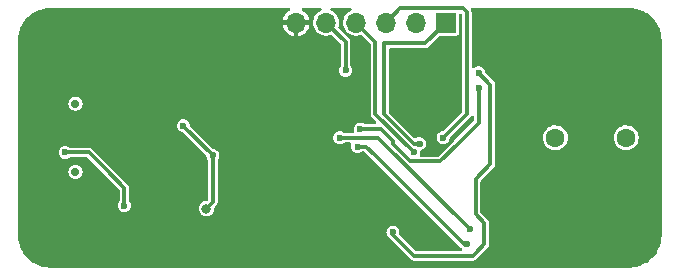
<source format=gbr>
%TF.GenerationSoftware,KiCad,Pcbnew,(6.0.7)*%
%TF.CreationDate,2023-10-13T17:42:20-04:00*%
%TF.ProjectId,microkfd,6d696372-6f6b-4666-942e-6b696361645f,A.1*%
%TF.SameCoordinates,Original*%
%TF.FileFunction,Copper,L2,Bot*%
%TF.FilePolarity,Positive*%
%FSLAX46Y46*%
G04 Gerber Fmt 4.6, Leading zero omitted, Abs format (unit mm)*
G04 Created by KiCad (PCBNEW (6.0.7)) date 2023-10-13 17:42:20*
%MOMM*%
%LPD*%
G01*
G04 APERTURE LIST*
%TA.AperFunction,WasherPad*%
%ADD10C,0.700000*%
%TD*%
%TA.AperFunction,WasherPad*%
%ADD11C,1.600000*%
%TD*%
%TA.AperFunction,ComponentPad*%
%ADD12R,1.700000X1.700000*%
%TD*%
%TA.AperFunction,ComponentPad*%
%ADD13O,1.700000X1.700000*%
%TD*%
%TA.AperFunction,ViaPad*%
%ADD14C,0.600000*%
%TD*%
%TA.AperFunction,ViaPad*%
%ADD15C,0.800000*%
%TD*%
%TA.AperFunction,Conductor*%
%ADD16C,0.300000*%
%TD*%
G04 APERTURE END LIST*
D10*
%TO.P,J1,*%
%TO.N,*%
X98617500Y-97110000D03*
X98617500Y-102890000D03*
%TD*%
D11*
%TO.P,J3,*%
%TO.N,*%
X139250000Y-100000000D03*
X145250000Y-100000000D03*
%TD*%
D12*
%TO.P,J2,1,MISO*%
%TO.N,MISO*%
X130000000Y-90250000D03*
D13*
%TO.P,J2,2,VCC*%
%TO.N,+5V*%
X127460000Y-90250000D03*
%TO.P,J2,3,SCK*%
%TO.N,SCK*%
X124920000Y-90250000D03*
%TO.P,J2,4,MOSI*%
%TO.N,MOSI*%
X122380000Y-90250000D03*
%TO.P,J2,5,~{RST}*%
%TO.N,~{RESET}*%
X119840000Y-90250000D03*
%TO.P,J2,6,GND*%
%TO.N,GND*%
X117300000Y-90250000D03*
%TD*%
D14*
%TO.N,GND*%
X94250000Y-103000000D03*
X94250000Y-101750000D03*
X94250000Y-100500000D03*
X94250000Y-99250000D03*
X94250000Y-98000000D03*
X94250000Y-96750000D03*
X94250000Y-93000000D03*
X94250000Y-91500000D03*
X94750000Y-90250000D03*
X96000000Y-89500000D03*
X97500000Y-89250000D03*
X98750000Y-89250000D03*
X113750000Y-95750000D03*
X100000000Y-89250000D03*
X124000000Y-106500000D03*
X107750000Y-102000000D03*
X112750000Y-95750000D03*
X125000000Y-110500000D03*
X147250000Y-101250000D03*
X126500000Y-94500000D03*
X147250000Y-102500000D03*
X110000000Y-89250000D03*
X113750000Y-110500000D03*
X108750000Y-89250000D03*
X146250000Y-105000000D03*
X113750000Y-89250000D03*
X107750000Y-103000000D03*
X146250000Y-103750000D03*
X117250000Y-100500000D03*
X103750000Y-89250000D03*
X94250000Y-107500000D03*
X108500000Y-101500000D03*
X106250000Y-89250000D03*
X123750000Y-104000000D03*
X147250000Y-105000000D03*
X147250000Y-103750000D03*
X146250000Y-102500000D03*
X118750000Y-110500000D03*
X123750000Y-110500000D03*
X122500000Y-110500000D03*
X115000000Y-89250000D03*
X122750000Y-98250000D03*
X127250000Y-95250000D03*
X112500000Y-89250000D03*
X102500000Y-89250000D03*
X128000000Y-94500000D03*
X147250000Y-98750000D03*
X118000000Y-99750000D03*
X139750000Y-109000000D03*
X121750000Y-99000000D03*
X124500000Y-103250000D03*
X146250000Y-101250000D03*
X95250000Y-110000000D03*
X111750000Y-95750000D03*
X146250000Y-98750000D03*
X126250000Y-110500000D03*
X111250000Y-89250000D03*
X147250000Y-100000000D03*
X117500000Y-110500000D03*
X115000000Y-110500000D03*
X105000000Y-89250000D03*
X107750000Y-101000000D03*
X94500000Y-109000000D03*
X107500000Y-89250000D03*
X118000000Y-101250000D03*
X101250000Y-89250000D03*
X122500000Y-102500000D03*
X112750000Y-96750000D03*
X124000000Y-107750000D03*
X116250000Y-110500000D03*
%TO.N,~{RESET}*%
X121500000Y-94292393D03*
%TO.N,TWI_D_RX*%
X132750000Y-95750000D03*
X122750000Y-99250000D03*
%TO.N,TWI_S_RX*%
X121000000Y-100000000D03*
X132000000Y-107750000D03*
%TO.N,MISO*%
X127750000Y-100500000D03*
%TO.N,SCK*%
X129750000Y-100000000D03*
%TO.N,MOSI*%
X127250000Y-101250000D03*
%TO.N,TWI_D_TX*%
X132750000Y-94500000D03*
X125500000Y-108000000D03*
%TO.N,TWI_S_TX*%
X122500000Y-100750000D03*
X131750000Y-109000000D03*
D15*
%TO.N,Net-(C3-Pad1)*%
X109713000Y-106000000D03*
D14*
X110250000Y-101500000D03*
X107750000Y-98983000D03*
%TO.N,Net-(J1-PadA5)*%
X97750000Y-101250000D03*
X102750000Y-105750000D03*
%TD*%
D16*
%TO.N,~{RESET}*%
X119840000Y-90250000D02*
X121500000Y-91910000D01*
X121500000Y-91910000D02*
X121500000Y-94292393D01*
%TO.N,TWI_D_RX*%
X126957106Y-102000000D02*
X128750000Y-102000000D01*
X132750000Y-98750000D02*
X132750000Y-95750000D01*
X131000000Y-100500000D02*
X132750000Y-98750000D01*
X126750000Y-101792894D02*
X126957106Y-102000000D01*
X128750000Y-102000000D02*
X129500000Y-102000000D01*
X125500000Y-100250000D02*
X125500000Y-100542894D01*
X129500000Y-102000000D02*
X131000000Y-100500000D01*
X124500000Y-99250000D02*
X125500000Y-100250000D01*
X125500000Y-100542894D02*
X126750000Y-101792894D01*
X122750000Y-99250000D02*
X124500000Y-99250000D01*
%TO.N,TWI_S_RX*%
X121000000Y-100000000D02*
X124250000Y-100000000D01*
X124250000Y-100000000D02*
X132000000Y-107750000D01*
%TO.N,MISO*%
X124750000Y-98000000D02*
X127000000Y-100250000D01*
X128250000Y-92000000D02*
X124750000Y-92000000D01*
X124750000Y-92000000D02*
X124750000Y-98000000D01*
X130000000Y-90250000D02*
X128250000Y-92000000D01*
X127250000Y-100500000D02*
X127750000Y-100500000D01*
X127000000Y-100250000D02*
X127250000Y-100500000D01*
%TO.N,SCK*%
X131750000Y-89397845D02*
X131750000Y-98000000D01*
X131750000Y-98000000D02*
X129750000Y-100000000D01*
X124920000Y-90250000D02*
X126120000Y-89050000D01*
X131402155Y-89050000D02*
X131750000Y-89397845D01*
X126120000Y-89050000D02*
X131402155Y-89050000D01*
%TO.N,MOSI*%
X124000000Y-98000000D02*
X124000000Y-91870000D01*
X127250000Y-101250000D02*
X124000000Y-98000000D01*
X124000000Y-91870000D02*
X122380000Y-90250000D01*
%TO.N,TWI_D_TX*%
X133750000Y-102250000D02*
X132500000Y-103500000D01*
X132750000Y-94500000D02*
X133750000Y-95500000D01*
X132500000Y-109750000D02*
X132250000Y-110000000D01*
X133250000Y-109000000D02*
X132500000Y-109750000D01*
X133750000Y-98750000D02*
X133750000Y-102250000D01*
X132500000Y-106500000D02*
X133250000Y-107250000D01*
X125500000Y-108250000D02*
X125500000Y-108000000D01*
X133750000Y-95500000D02*
X133750000Y-98750000D01*
X132250000Y-110000000D02*
X127250000Y-110000000D01*
X133250000Y-107250000D02*
X133250000Y-109000000D01*
X127250000Y-110000000D02*
X125500000Y-108250000D01*
X132500000Y-103500000D02*
X132500000Y-106500000D01*
%TO.N,TWI_S_TX*%
X131500000Y-109000000D02*
X131750000Y-109000000D01*
X124000000Y-101500000D02*
X123250000Y-100750000D01*
X123250000Y-100750000D02*
X122500000Y-100750000D01*
X124000000Y-101500000D02*
X130000000Y-107500000D01*
X130000000Y-107500000D02*
X131500000Y-109000000D01*
%TO.N,Net-(C3-Pad1)*%
X110250000Y-105463000D02*
X109713000Y-106000000D01*
X110250000Y-101483000D02*
X110250000Y-101500000D01*
X110250000Y-101500000D02*
X110250000Y-103250000D01*
X110250000Y-103250000D02*
X110250000Y-105463000D01*
X107750000Y-98983000D02*
X110250000Y-101483000D01*
%TO.N,Net-(J1-PadA5)*%
X102750000Y-104250000D02*
X102750000Y-105750000D01*
X101250000Y-102750000D02*
X102750000Y-104250000D01*
X97750000Y-101250000D02*
X99750000Y-101250000D01*
X99750000Y-101250000D02*
X101250000Y-102750000D01*
%TD*%
%TA.AperFunction,Conductor*%
%TO.N,GND*%
G36*
X116766952Y-89020185D02*
G01*
X116812707Y-89072989D01*
X116822651Y-89142147D01*
X116793626Y-89205703D01*
X116763313Y-89231067D01*
X116626035Y-89312738D01*
X116616877Y-89319392D01*
X116466518Y-89451254D01*
X116458728Y-89459463D01*
X116334916Y-89616518D01*
X116328751Y-89626011D01*
X116235633Y-89803000D01*
X116231300Y-89813461D01*
X116171998Y-90004444D01*
X116169642Y-90015526D01*
X116167658Y-90032293D01*
X116170062Y-90046488D01*
X116182600Y-90050000D01*
X118418720Y-90050000D01*
X118433037Y-90045796D01*
X118434560Y-90036838D01*
X118434044Y-90034057D01*
X118379760Y-89841583D01*
X118375703Y-89831013D01*
X118287252Y-89651652D01*
X118281333Y-89641994D01*
X118161682Y-89481762D01*
X118154101Y-89473342D01*
X118007250Y-89337595D01*
X117998265Y-89330700D01*
X117837666Y-89229370D01*
X117791473Y-89176949D01*
X117780953Y-89107876D01*
X117809448Y-89044081D01*
X117867909Y-89005818D01*
X117903834Y-89000500D01*
X119352752Y-89000500D01*
X119419791Y-89020185D01*
X119465546Y-89072989D01*
X119475490Y-89142147D01*
X119446465Y-89205703D01*
X119395671Y-89240836D01*
X119369521Y-89250483D01*
X119369517Y-89250485D01*
X119364193Y-89252449D01*
X119359310Y-89255354D01*
X119359308Y-89255355D01*
X119232004Y-89331093D01*
X119190371Y-89355862D01*
X119038305Y-89489220D01*
X118913089Y-89648057D01*
X118818914Y-89827053D01*
X118817229Y-89832479D01*
X118817228Y-89832482D01*
X118779421Y-89954244D01*
X118758937Y-90020213D01*
X118735164Y-90221069D01*
X118735535Y-90226731D01*
X118735535Y-90226735D01*
X118740851Y-90307842D01*
X118748392Y-90422894D01*
X118798178Y-90618928D01*
X118800554Y-90624082D01*
X118808205Y-90640677D01*
X118882856Y-90802607D01*
X118999588Y-90967780D01*
X119144466Y-91108913D01*
X119312637Y-91221282D01*
X119498470Y-91301122D01*
X119563222Y-91315774D01*
X119690193Y-91344505D01*
X119690195Y-91344505D01*
X119695740Y-91345760D01*
X119813135Y-91350372D01*
X119892161Y-91353477D01*
X119892163Y-91353477D01*
X119897842Y-91353700D01*
X119903462Y-91352885D01*
X119903465Y-91352885D01*
X120092387Y-91325493D01*
X120092389Y-91325493D01*
X120098007Y-91324678D01*
X120103384Y-91322853D01*
X120103387Y-91322852D01*
X120211841Y-91286036D01*
X120281650Y-91283126D01*
X120339381Y-91315774D01*
X121063181Y-92039574D01*
X121096666Y-92100897D01*
X121099500Y-92127255D01*
X121099500Y-93867947D01*
X121079815Y-93934986D01*
X121073875Y-93943434D01*
X121024089Y-94008316D01*
X121024087Y-94008320D01*
X121019139Y-94014768D01*
X121014801Y-94025241D01*
X120970342Y-94132577D01*
X120963670Y-94148684D01*
X120944750Y-94292393D01*
X120963670Y-94436102D01*
X120966781Y-94443614D01*
X120966782Y-94443616D01*
X120971750Y-94455609D01*
X121019139Y-94570018D01*
X121107379Y-94685014D01*
X121222375Y-94773254D01*
X121229887Y-94776365D01*
X121229886Y-94776365D01*
X121348777Y-94825611D01*
X121348779Y-94825612D01*
X121356291Y-94828723D01*
X121500000Y-94847643D01*
X121643709Y-94828723D01*
X121651221Y-94825612D01*
X121651223Y-94825611D01*
X121770114Y-94776365D01*
X121770113Y-94776365D01*
X121777625Y-94773254D01*
X121892621Y-94685014D01*
X121980861Y-94570018D01*
X122028250Y-94455609D01*
X122033218Y-94443616D01*
X122033219Y-94443614D01*
X122036330Y-94436102D01*
X122055250Y-94292393D01*
X122036330Y-94148684D01*
X122029659Y-94132577D01*
X121985199Y-94025241D01*
X121980861Y-94014768D01*
X121975913Y-94008320D01*
X121975911Y-94008316D01*
X121926125Y-93943434D01*
X121900930Y-93878265D01*
X121900500Y-93867947D01*
X121900500Y-91846567D01*
X121893653Y-91825494D01*
X121889111Y-91806574D01*
X121887173Y-91794338D01*
X121885646Y-91784696D01*
X121880540Y-91774674D01*
X121875588Y-91764956D01*
X121868142Y-91746979D01*
X121864312Y-91735192D01*
X121861297Y-91725911D01*
X121848270Y-91707981D01*
X121838108Y-91691398D01*
X121832480Y-91680353D01*
X121828050Y-91671658D01*
X121805487Y-91649095D01*
X121805484Y-91649091D01*
X120905774Y-90749381D01*
X120872289Y-90688058D01*
X120876036Y-90621841D01*
X120912852Y-90513387D01*
X120912853Y-90513384D01*
X120914678Y-90508007D01*
X120920530Y-90467645D01*
X120943176Y-90311458D01*
X120943176Y-90311453D01*
X120943700Y-90307842D01*
X120945215Y-90250000D01*
X120926708Y-90048591D01*
X120871807Y-89853926D01*
X120782351Y-89672527D01*
X120661335Y-89510467D01*
X120512812Y-89373174D01*
X120480762Y-89352952D01*
X120346566Y-89268280D01*
X120346564Y-89268279D01*
X120341757Y-89265246D01*
X120277655Y-89239672D01*
X120222682Y-89196547D01*
X120199752Y-89130548D01*
X120216143Y-89062628D01*
X120266653Y-89014352D01*
X120323604Y-89000500D01*
X121892752Y-89000500D01*
X121959791Y-89020185D01*
X122005546Y-89072989D01*
X122015490Y-89142147D01*
X121986465Y-89205703D01*
X121935671Y-89240836D01*
X121909521Y-89250483D01*
X121909517Y-89250485D01*
X121904193Y-89252449D01*
X121899310Y-89255354D01*
X121899308Y-89255355D01*
X121772004Y-89331093D01*
X121730371Y-89355862D01*
X121578305Y-89489220D01*
X121453089Y-89648057D01*
X121358914Y-89827053D01*
X121357229Y-89832479D01*
X121357228Y-89832482D01*
X121319421Y-89954244D01*
X121298937Y-90020213D01*
X121275164Y-90221069D01*
X121275535Y-90226731D01*
X121275535Y-90226735D01*
X121280851Y-90307842D01*
X121288392Y-90422894D01*
X121338178Y-90618928D01*
X121340554Y-90624082D01*
X121348205Y-90640677D01*
X121422856Y-90802607D01*
X121539588Y-90967780D01*
X121684466Y-91108913D01*
X121852637Y-91221282D01*
X122038470Y-91301122D01*
X122103222Y-91315774D01*
X122230193Y-91344505D01*
X122230195Y-91344505D01*
X122235740Y-91345760D01*
X122353135Y-91350372D01*
X122432161Y-91353477D01*
X122432163Y-91353477D01*
X122437842Y-91353700D01*
X122443462Y-91352885D01*
X122443465Y-91352885D01*
X122632387Y-91325493D01*
X122632389Y-91325493D01*
X122638007Y-91324678D01*
X122643384Y-91322853D01*
X122643387Y-91322852D01*
X122751841Y-91286036D01*
X122821650Y-91283126D01*
X122879381Y-91315774D01*
X123563181Y-91999574D01*
X123596666Y-92060897D01*
X123599500Y-92087255D01*
X123599500Y-98063433D01*
X123602515Y-98072711D01*
X123606345Y-98084499D01*
X123610889Y-98103424D01*
X123614354Y-98125304D01*
X123618783Y-98133997D01*
X123618785Y-98134002D01*
X123624413Y-98145048D01*
X123631857Y-98163019D01*
X123634663Y-98171653D01*
X123638704Y-98184090D01*
X123651726Y-98202013D01*
X123661892Y-98218602D01*
X123671950Y-98238342D01*
X123694513Y-98260905D01*
X123694516Y-98260909D01*
X124071426Y-98637819D01*
X124104911Y-98699142D01*
X124099927Y-98768834D01*
X124058055Y-98824767D01*
X123992591Y-98849184D01*
X123983745Y-98849500D01*
X123174446Y-98849500D01*
X123107407Y-98829815D01*
X123098959Y-98823875D01*
X123034077Y-98774089D01*
X123034072Y-98774086D01*
X123027625Y-98769139D01*
X122991593Y-98754214D01*
X122901223Y-98716782D01*
X122901221Y-98716781D01*
X122893709Y-98713670D01*
X122750000Y-98694750D01*
X122606291Y-98713670D01*
X122598779Y-98716781D01*
X122598777Y-98716782D01*
X122508407Y-98754214D01*
X122472375Y-98769139D01*
X122465928Y-98774086D01*
X122399880Y-98824767D01*
X122357379Y-98857379D01*
X122269139Y-98972375D01*
X122213670Y-99106291D01*
X122194750Y-99250000D01*
X122213670Y-99393709D01*
X122227894Y-99428049D01*
X122235361Y-99497519D01*
X122204085Y-99559997D01*
X122143996Y-99595649D01*
X122113332Y-99599500D01*
X121424446Y-99599500D01*
X121357407Y-99579815D01*
X121348959Y-99573875D01*
X121284077Y-99524089D01*
X121284072Y-99524086D01*
X121277625Y-99519139D01*
X121225429Y-99497519D01*
X121151223Y-99466782D01*
X121151221Y-99466781D01*
X121143709Y-99463670D01*
X121000000Y-99444750D01*
X120856291Y-99463670D01*
X120848779Y-99466781D01*
X120848777Y-99466782D01*
X120774571Y-99497519D01*
X120722375Y-99519139D01*
X120607379Y-99607379D01*
X120519139Y-99722375D01*
X120516028Y-99729886D01*
X120489070Y-99794970D01*
X120463670Y-99856291D01*
X120444750Y-100000000D01*
X120463670Y-100143709D01*
X120519139Y-100277625D01*
X120607379Y-100392621D01*
X120613822Y-100397565D01*
X120699261Y-100463125D01*
X120722375Y-100480861D01*
X120729887Y-100483972D01*
X120729886Y-100483972D01*
X120848777Y-100533218D01*
X120848779Y-100533219D01*
X120856291Y-100536330D01*
X121000000Y-100555250D01*
X121143709Y-100536330D01*
X121151221Y-100533219D01*
X121151223Y-100533218D01*
X121270114Y-100483972D01*
X121270113Y-100483972D01*
X121277625Y-100480861D01*
X121284073Y-100475913D01*
X121284077Y-100475911D01*
X121348959Y-100426125D01*
X121414128Y-100400930D01*
X121424446Y-100400500D01*
X121863332Y-100400500D01*
X121930371Y-100420185D01*
X121976126Y-100472989D01*
X121986070Y-100542147D01*
X121977894Y-100571950D01*
X121963670Y-100606291D01*
X121944750Y-100750000D01*
X121963670Y-100893709D01*
X121966781Y-100901221D01*
X121966782Y-100901223D01*
X121992209Y-100962609D01*
X122019139Y-101027625D01*
X122107379Y-101142621D01*
X122113822Y-101147565D01*
X122199261Y-101213125D01*
X122222375Y-101230861D01*
X122249125Y-101241941D01*
X122348777Y-101283218D01*
X122348779Y-101283219D01*
X122356291Y-101286330D01*
X122500000Y-101305250D01*
X122643709Y-101286330D01*
X122651221Y-101283219D01*
X122651223Y-101283218D01*
X122750875Y-101241941D01*
X122777625Y-101230861D01*
X122784073Y-101225913D01*
X122784077Y-101225911D01*
X122848959Y-101176125D01*
X122914128Y-101150930D01*
X122924446Y-101150500D01*
X123032745Y-101150500D01*
X123099784Y-101170185D01*
X123120426Y-101186819D01*
X123694516Y-101760909D01*
X129694513Y-107760905D01*
X129694516Y-107760909D01*
X131171950Y-109238342D01*
X131261658Y-109328050D01*
X131281396Y-109338107D01*
X131297986Y-109348274D01*
X131315910Y-109361296D01*
X131321660Y-109363164D01*
X131350044Y-109383786D01*
X131352432Y-109386174D01*
X131355021Y-109389548D01*
X131387562Y-109449142D01*
X131382578Y-109518834D01*
X131340706Y-109574767D01*
X131275242Y-109599184D01*
X131266396Y-109599500D01*
X127467255Y-109599500D01*
X127400216Y-109579815D01*
X127379574Y-109563181D01*
X126069978Y-108253585D01*
X126036493Y-108192262D01*
X126037644Y-108143882D01*
X126036330Y-108143709D01*
X126054189Y-108008059D01*
X126055250Y-108000000D01*
X126036330Y-107856291D01*
X126014904Y-107804562D01*
X125983972Y-107729886D01*
X125980861Y-107722375D01*
X125892621Y-107607379D01*
X125777625Y-107519139D01*
X125741593Y-107504214D01*
X125651223Y-107466782D01*
X125651221Y-107466781D01*
X125643709Y-107463670D01*
X125500000Y-107444750D01*
X125356291Y-107463670D01*
X125348779Y-107466781D01*
X125348777Y-107466782D01*
X125258407Y-107504214D01*
X125222375Y-107519139D01*
X125107379Y-107607379D01*
X125019139Y-107722375D01*
X125016028Y-107729886D01*
X124985097Y-107804562D01*
X124963670Y-107856291D01*
X124944750Y-108000000D01*
X124963670Y-108143709D01*
X124966781Y-108151221D01*
X124966782Y-108151223D01*
X124992418Y-108213115D01*
X125019139Y-108277625D01*
X125107379Y-108392621D01*
X125113821Y-108397564D01*
X125116214Y-108399957D01*
X125136835Y-108428339D01*
X125138704Y-108434090D01*
X125151728Y-108452016D01*
X125161892Y-108468602D01*
X125171950Y-108488342D01*
X125194513Y-108510905D01*
X125194516Y-108510909D01*
X126989091Y-110305484D01*
X126989095Y-110305487D01*
X127011658Y-110328050D01*
X127031401Y-110338109D01*
X127047988Y-110348274D01*
X127058017Y-110355561D01*
X127058019Y-110355562D01*
X127065911Y-110361296D01*
X127075190Y-110364311D01*
X127086978Y-110368141D01*
X127104954Y-110375587D01*
X127124696Y-110385646D01*
X127146576Y-110389111D01*
X127165501Y-110393655D01*
X127186567Y-110400500D01*
X132313433Y-110400500D01*
X132334499Y-110393655D01*
X132353424Y-110389111D01*
X132375304Y-110385646D01*
X132383997Y-110381217D01*
X132384002Y-110381215D01*
X132395048Y-110375587D01*
X132413019Y-110368143D01*
X132421653Y-110365337D01*
X132434090Y-110361296D01*
X132452016Y-110348272D01*
X132468602Y-110338108D01*
X132488342Y-110328050D01*
X132510905Y-110305487D01*
X132510909Y-110305484D01*
X132760906Y-110055486D01*
X132760909Y-110055484D01*
X133555483Y-109260909D01*
X133578050Y-109238342D01*
X133588108Y-109218603D01*
X133598274Y-109202013D01*
X133605561Y-109191983D01*
X133611296Y-109184090D01*
X133617649Y-109164538D01*
X133618143Y-109163019D01*
X133625587Y-109145048D01*
X133631215Y-109134002D01*
X133631217Y-109133997D01*
X133635646Y-109125304D01*
X133639111Y-109103424D01*
X133643655Y-109084499D01*
X133647485Y-109072711D01*
X133650500Y-109063433D01*
X133650500Y-107186567D01*
X133643655Y-107165501D01*
X133639111Y-107146575D01*
X133637172Y-107134333D01*
X133635646Y-107124696D01*
X133631217Y-107116003D01*
X133631215Y-107115998D01*
X133625587Y-107104952D01*
X133618143Y-107086981D01*
X133614312Y-107075192D01*
X133611296Y-107065910D01*
X133598274Y-107047986D01*
X133588107Y-107031396D01*
X133582480Y-107020353D01*
X133578050Y-107011658D01*
X133213711Y-106647319D01*
X132936819Y-106370426D01*
X132903334Y-106309103D01*
X132900500Y-106282745D01*
X132900500Y-103717255D01*
X132920185Y-103650216D01*
X132936819Y-103629574D01*
X134055484Y-102510909D01*
X134055487Y-102510905D01*
X134078050Y-102488342D01*
X134088108Y-102468602D01*
X134098272Y-102452016D01*
X134111296Y-102434090D01*
X134115337Y-102421653D01*
X134118143Y-102413019D01*
X134125587Y-102395048D01*
X134131215Y-102384002D01*
X134131217Y-102383997D01*
X134135646Y-102375304D01*
X134139111Y-102353424D01*
X134143655Y-102334499D01*
X134147485Y-102322711D01*
X134150500Y-102313433D01*
X134150500Y-99985262D01*
X138194520Y-99985262D01*
X138211759Y-100190553D01*
X138268544Y-100388586D01*
X138271316Y-100393981D01*
X138271317Y-100393982D01*
X138320039Y-100488785D01*
X138362712Y-100571818D01*
X138366480Y-100576572D01*
X138395402Y-100613062D01*
X138490677Y-100733270D01*
X138495296Y-100737201D01*
X138642950Y-100862865D01*
X138642955Y-100862869D01*
X138647564Y-100866791D01*
X138827398Y-100967297D01*
X138972785Y-101014536D01*
X138989952Y-101020114D01*
X139023329Y-101030959D01*
X139029347Y-101031677D01*
X139029349Y-101031677D01*
X139171410Y-101048616D01*
X139227894Y-101055351D01*
X139233938Y-101054886D01*
X139233939Y-101054886D01*
X139295266Y-101050167D01*
X139433300Y-101039546D01*
X139518596Y-101015731D01*
X139625885Y-100985776D01*
X139625889Y-100985774D01*
X139631725Y-100984145D01*
X139815610Y-100891258D01*
X139977951Y-100764424D01*
X139981907Y-100759840D01*
X139981911Y-100759837D01*
X140108602Y-100613062D01*
X140112564Y-100608472D01*
X140133387Y-100571818D01*
X140211327Y-100434618D01*
X140214323Y-100429344D01*
X140279351Y-100233863D01*
X140280803Y-100222375D01*
X140304736Y-100032919D01*
X140304736Y-100032915D01*
X140305171Y-100029474D01*
X140305404Y-100012832D01*
X140305535Y-100003461D01*
X140305535Y-100003454D01*
X140305583Y-100000000D01*
X140304138Y-99985262D01*
X144194520Y-99985262D01*
X144211759Y-100190553D01*
X144268544Y-100388586D01*
X144271316Y-100393981D01*
X144271317Y-100393982D01*
X144320039Y-100488785D01*
X144362712Y-100571818D01*
X144366480Y-100576572D01*
X144395402Y-100613062D01*
X144490677Y-100733270D01*
X144495296Y-100737201D01*
X144642950Y-100862865D01*
X144642955Y-100862869D01*
X144647564Y-100866791D01*
X144827398Y-100967297D01*
X144972785Y-101014536D01*
X144989952Y-101020114D01*
X145023329Y-101030959D01*
X145029347Y-101031677D01*
X145029349Y-101031677D01*
X145171410Y-101048616D01*
X145227894Y-101055351D01*
X145233938Y-101054886D01*
X145233939Y-101054886D01*
X145295266Y-101050167D01*
X145433300Y-101039546D01*
X145518596Y-101015731D01*
X145625885Y-100985776D01*
X145625889Y-100985774D01*
X145631725Y-100984145D01*
X145815610Y-100891258D01*
X145977951Y-100764424D01*
X145981907Y-100759840D01*
X145981911Y-100759837D01*
X146108602Y-100613062D01*
X146112564Y-100608472D01*
X146133387Y-100571818D01*
X146211327Y-100434618D01*
X146214323Y-100429344D01*
X146279351Y-100233863D01*
X146280803Y-100222375D01*
X146304736Y-100032919D01*
X146304736Y-100032915D01*
X146305171Y-100029474D01*
X146305404Y-100012832D01*
X146305535Y-100003461D01*
X146305535Y-100003454D01*
X146305583Y-100000000D01*
X146292283Y-99864354D01*
X146286072Y-99801006D01*
X146286072Y-99801004D01*
X146285480Y-99794970D01*
X146230788Y-99613822D01*
X146227688Y-99603555D01*
X146225935Y-99597749D01*
X146154645Y-99463670D01*
X146132065Y-99421203D01*
X146132064Y-99421201D01*
X146129218Y-99415849D01*
X145999011Y-99256200D01*
X145992075Y-99250462D01*
X145844946Y-99128746D01*
X145844945Y-99128745D01*
X145840275Y-99124882D01*
X145659055Y-99026897D01*
X145649991Y-99024091D01*
X145534504Y-98988342D01*
X145462254Y-98965977D01*
X145257369Y-98944443D01*
X145251336Y-98944992D01*
X145251332Y-98944992D01*
X145125721Y-98956424D01*
X145052203Y-98963114D01*
X145046390Y-98964825D01*
X145046389Y-98964825D01*
X144860392Y-99019567D01*
X144854572Y-99021280D01*
X144770819Y-99065065D01*
X144677374Y-99113917D01*
X144677370Y-99113920D01*
X144672002Y-99116726D01*
X144667279Y-99120523D01*
X144667278Y-99120524D01*
X144659586Y-99126709D01*
X144511447Y-99245815D01*
X144379024Y-99403630D01*
X144279776Y-99584162D01*
X144277942Y-99589944D01*
X144277941Y-99589946D01*
X144235932Y-99722375D01*
X144217484Y-99780532D01*
X144194520Y-99985262D01*
X140304138Y-99985262D01*
X140292283Y-99864354D01*
X140286072Y-99801006D01*
X140286072Y-99801004D01*
X140285480Y-99794970D01*
X140230788Y-99613822D01*
X140227688Y-99603555D01*
X140225935Y-99597749D01*
X140154645Y-99463670D01*
X140132065Y-99421203D01*
X140132064Y-99421201D01*
X140129218Y-99415849D01*
X139999011Y-99256200D01*
X139992075Y-99250462D01*
X139844946Y-99128746D01*
X139844945Y-99128745D01*
X139840275Y-99124882D01*
X139659055Y-99026897D01*
X139649991Y-99024091D01*
X139534504Y-98988342D01*
X139462254Y-98965977D01*
X139257369Y-98944443D01*
X139251336Y-98944992D01*
X139251332Y-98944992D01*
X139125721Y-98956424D01*
X139052203Y-98963114D01*
X139046390Y-98964825D01*
X139046389Y-98964825D01*
X138860392Y-99019567D01*
X138854572Y-99021280D01*
X138770819Y-99065065D01*
X138677374Y-99113917D01*
X138677370Y-99113920D01*
X138672002Y-99116726D01*
X138667279Y-99120523D01*
X138667278Y-99120524D01*
X138659586Y-99126709D01*
X138511447Y-99245815D01*
X138379024Y-99403630D01*
X138279776Y-99584162D01*
X138277942Y-99589944D01*
X138277941Y-99589946D01*
X138235932Y-99722375D01*
X138217484Y-99780532D01*
X138194520Y-99985262D01*
X134150500Y-99985262D01*
X134150500Y-95436567D01*
X134143653Y-95415494D01*
X134139111Y-95396574D01*
X134135646Y-95374696D01*
X134126823Y-95357379D01*
X134125588Y-95354956D01*
X134118142Y-95336979D01*
X134114312Y-95325192D01*
X134111297Y-95315911D01*
X134098270Y-95297981D01*
X134088108Y-95281398D01*
X134082480Y-95270353D01*
X134078050Y-95261658D01*
X134055487Y-95239095D01*
X134055484Y-95239091D01*
X133333325Y-94516932D01*
X133299840Y-94455609D01*
X133298067Y-94445437D01*
X133287392Y-94364354D01*
X133287391Y-94364351D01*
X133286330Y-94356291D01*
X133230861Y-94222375D01*
X133142621Y-94107379D01*
X133027625Y-94019139D01*
X132991593Y-94004214D01*
X132901223Y-93966782D01*
X132901221Y-93966781D01*
X132893709Y-93963670D01*
X132750000Y-93944750D01*
X132606291Y-93963670D01*
X132598779Y-93966781D01*
X132598777Y-93966782D01*
X132508407Y-94004214D01*
X132472375Y-94019139D01*
X132357379Y-94107379D01*
X132357011Y-94106899D01*
X132300858Y-94137561D01*
X132231166Y-94132577D01*
X132175233Y-94090705D01*
X132150816Y-94025241D01*
X132150500Y-94016395D01*
X132150500Y-89334412D01*
X132143655Y-89313346D01*
X132139111Y-89294420D01*
X132137172Y-89282178D01*
X132135646Y-89272541D01*
X132131217Y-89263848D01*
X132131215Y-89263843D01*
X132125587Y-89252797D01*
X132118143Y-89234826D01*
X132114312Y-89223037D01*
X132111296Y-89213755D01*
X132105562Y-89205863D01*
X132105559Y-89205857D01*
X132099404Y-89197386D01*
X132075923Y-89131580D01*
X132091748Y-89063526D01*
X132141853Y-89014831D01*
X132199721Y-89000500D01*
X145463115Y-89000500D01*
X145487306Y-89002883D01*
X145500000Y-89005408D01*
X145511978Y-89003026D01*
X145524191Y-89003026D01*
X145524191Y-89003219D01*
X145534950Y-89002463D01*
X145629045Y-89007747D01*
X145800894Y-89017398D01*
X145814712Y-89018955D01*
X146104953Y-89068269D01*
X146118510Y-89071363D01*
X146401413Y-89152866D01*
X146414538Y-89157459D01*
X146686528Y-89270121D01*
X146699056Y-89276154D01*
X146810226Y-89337595D01*
X146956732Y-89418566D01*
X146968495Y-89425957D01*
X147139175Y-89547061D01*
X147208605Y-89596324D01*
X147219477Y-89604995D01*
X147438997Y-89801171D01*
X147448829Y-89811003D01*
X147645005Y-90030523D01*
X147653676Y-90041395D01*
X147804287Y-90253661D01*
X147824039Y-90281499D01*
X147831437Y-90293273D01*
X147973846Y-90550944D01*
X147979879Y-90563472D01*
X148092541Y-90835462D01*
X148097134Y-90848587D01*
X148170990Y-91104945D01*
X148178637Y-91131490D01*
X148181731Y-91145046D01*
X148183797Y-91157206D01*
X148231045Y-91435288D01*
X148232602Y-91449106D01*
X148247141Y-91707989D01*
X148247537Y-91715048D01*
X148246781Y-91725809D01*
X148246974Y-91725809D01*
X148246974Y-91738022D01*
X148244592Y-91750000D01*
X148246975Y-91761979D01*
X148247117Y-91762694D01*
X148249500Y-91786885D01*
X148249500Y-108213115D01*
X148247117Y-108237306D01*
X148244592Y-108250000D01*
X148246974Y-108261978D01*
X148246974Y-108274191D01*
X148246781Y-108274191D01*
X148247537Y-108284950D01*
X148247400Y-108287391D01*
X148232602Y-108550894D01*
X148231045Y-108564712D01*
X148181731Y-108854953D01*
X148178637Y-108868510D01*
X148097134Y-109151413D01*
X148092541Y-109164538D01*
X147979879Y-109436528D01*
X147973846Y-109449056D01*
X147831437Y-109706727D01*
X147824039Y-109718501D01*
X147653676Y-109958605D01*
X147645005Y-109969477D01*
X147448829Y-110188997D01*
X147438997Y-110198829D01*
X147219477Y-110395005D01*
X147208605Y-110403676D01*
X146968495Y-110574043D01*
X146956732Y-110581434D01*
X146842625Y-110644499D01*
X146699056Y-110723846D01*
X146686528Y-110729879D01*
X146414538Y-110842541D01*
X146401413Y-110847134D01*
X146118510Y-110928637D01*
X146104953Y-110931731D01*
X145814712Y-110981045D01*
X145800894Y-110982602D01*
X145629045Y-110992253D01*
X145534950Y-110997537D01*
X145524191Y-110996781D01*
X145524191Y-110996974D01*
X145511978Y-110996974D01*
X145500000Y-110994592D01*
X145487345Y-110997109D01*
X145487306Y-110997117D01*
X145463115Y-110999500D01*
X96536885Y-110999500D01*
X96512694Y-110997117D01*
X96512655Y-110997109D01*
X96500000Y-110994592D01*
X96488022Y-110996974D01*
X96475809Y-110996974D01*
X96475809Y-110996781D01*
X96465050Y-110997537D01*
X96370955Y-110992253D01*
X96199106Y-110982602D01*
X96185288Y-110981045D01*
X95895047Y-110931731D01*
X95881490Y-110928637D01*
X95598587Y-110847134D01*
X95585462Y-110842541D01*
X95313472Y-110729879D01*
X95300944Y-110723846D01*
X95157375Y-110644499D01*
X95043268Y-110581434D01*
X95031505Y-110574043D01*
X94791395Y-110403676D01*
X94780523Y-110395005D01*
X94561003Y-110198829D01*
X94551171Y-110188997D01*
X94354995Y-109969477D01*
X94346324Y-109958605D01*
X94175961Y-109718501D01*
X94168563Y-109706727D01*
X94026154Y-109449056D01*
X94020121Y-109436528D01*
X93907459Y-109164538D01*
X93902866Y-109151413D01*
X93821363Y-108868510D01*
X93818269Y-108854953D01*
X93768955Y-108564712D01*
X93767398Y-108550894D01*
X93752600Y-108287391D01*
X93752463Y-108284950D01*
X93753219Y-108274191D01*
X93753026Y-108274191D01*
X93753026Y-108261978D01*
X93755408Y-108250000D01*
X93752883Y-108237306D01*
X93750500Y-108213115D01*
X93750500Y-102890000D01*
X98011818Y-102890000D01*
X98032456Y-103046762D01*
X98092964Y-103192841D01*
X98189218Y-103318282D01*
X98195665Y-103323229D01*
X98213587Y-103336981D01*
X98314659Y-103414536D01*
X98322166Y-103417645D01*
X98322165Y-103417645D01*
X98453229Y-103471934D01*
X98453231Y-103471935D01*
X98460738Y-103475044D01*
X98617500Y-103495682D01*
X98625559Y-103494621D01*
X98766203Y-103476105D01*
X98774262Y-103475044D01*
X98781769Y-103471935D01*
X98781771Y-103471934D01*
X98912835Y-103417645D01*
X98912834Y-103417645D01*
X98920341Y-103414536D01*
X99021413Y-103336981D01*
X99039335Y-103323229D01*
X99045782Y-103318282D01*
X99142036Y-103192841D01*
X99202544Y-103046762D01*
X99223182Y-102890000D01*
X99202544Y-102733238D01*
X99152401Y-102612181D01*
X99145146Y-102594667D01*
X99142036Y-102587159D01*
X99045782Y-102461718D01*
X98920341Y-102365464D01*
X98896426Y-102355558D01*
X98781771Y-102308066D01*
X98781769Y-102308065D01*
X98774262Y-102304956D01*
X98617500Y-102284318D01*
X98460738Y-102304956D01*
X98453231Y-102308065D01*
X98453229Y-102308066D01*
X98338574Y-102355558D01*
X98314659Y-102365464D01*
X98189218Y-102461718D01*
X98092964Y-102587159D01*
X98089854Y-102594667D01*
X98082600Y-102612181D01*
X98032456Y-102733238D01*
X98011818Y-102890000D01*
X93750500Y-102890000D01*
X93750500Y-101250000D01*
X97194750Y-101250000D01*
X97213670Y-101393709D01*
X97269139Y-101527625D01*
X97357379Y-101642621D01*
X97472375Y-101730861D01*
X97479887Y-101733972D01*
X97479886Y-101733972D01*
X97598777Y-101783218D01*
X97598779Y-101783219D01*
X97606291Y-101786330D01*
X97750000Y-101805250D01*
X97893709Y-101786330D01*
X97901221Y-101783219D01*
X97901223Y-101783218D01*
X98020114Y-101733972D01*
X98020113Y-101733972D01*
X98027625Y-101730861D01*
X98034073Y-101725913D01*
X98034077Y-101725911D01*
X98098959Y-101676125D01*
X98164128Y-101650930D01*
X98174446Y-101650500D01*
X99532745Y-101650500D01*
X99599784Y-101670185D01*
X99620426Y-101686819D01*
X100944513Y-103010905D01*
X100944516Y-103010909D01*
X102313181Y-104379573D01*
X102346666Y-104440896D01*
X102349500Y-104467254D01*
X102349500Y-105325554D01*
X102329815Y-105392593D01*
X102323875Y-105401041D01*
X102274089Y-105465923D01*
X102274087Y-105465927D01*
X102269139Y-105472375D01*
X102213670Y-105606291D01*
X102194750Y-105750000D01*
X102213670Y-105893709D01*
X102269139Y-106027625D01*
X102357379Y-106142621D01*
X102363822Y-106147565D01*
X102382896Y-106162201D01*
X102472375Y-106230861D01*
X102479887Y-106233972D01*
X102479886Y-106233972D01*
X102598777Y-106283218D01*
X102598779Y-106283219D01*
X102606291Y-106286330D01*
X102750000Y-106305250D01*
X102893709Y-106286330D01*
X102901221Y-106283219D01*
X102901223Y-106283218D01*
X103020114Y-106233972D01*
X103020113Y-106233972D01*
X103027625Y-106230861D01*
X103117104Y-106162201D01*
X103136178Y-106147565D01*
X103142621Y-106142621D01*
X103230861Y-106027625D01*
X103286330Y-105893709D01*
X103305250Y-105750000D01*
X103286330Y-105606291D01*
X103230861Y-105472375D01*
X103225913Y-105465927D01*
X103225911Y-105465923D01*
X103176125Y-105401041D01*
X103150930Y-105335872D01*
X103150500Y-105325554D01*
X103150500Y-104218481D01*
X103150499Y-104218475D01*
X103150499Y-104186567D01*
X103143651Y-104165490D01*
X103139114Y-104146594D01*
X103135646Y-104124696D01*
X103125586Y-104104952D01*
X103118140Y-104086975D01*
X103114312Y-104075193D01*
X103111296Y-104065910D01*
X103098274Y-104047986D01*
X103088107Y-104031396D01*
X103082480Y-104020353D01*
X103078050Y-104011658D01*
X102988342Y-103921950D01*
X101510909Y-102444516D01*
X101510905Y-102444513D01*
X100010909Y-100944516D01*
X100010905Y-100944513D01*
X99988342Y-100921950D01*
X99968602Y-100911892D01*
X99952016Y-100901728D01*
X99934090Y-100888704D01*
X99921653Y-100884663D01*
X99913019Y-100881857D01*
X99895048Y-100874413D01*
X99884002Y-100868785D01*
X99883997Y-100868783D01*
X99875304Y-100864354D01*
X99853424Y-100860889D01*
X99834499Y-100856345D01*
X99834107Y-100856218D01*
X99813433Y-100849500D01*
X98174446Y-100849500D01*
X98107407Y-100829815D01*
X98098959Y-100823875D01*
X98034077Y-100774089D01*
X98034072Y-100774086D01*
X98027625Y-100769139D01*
X97981419Y-100750000D01*
X97901223Y-100716782D01*
X97901221Y-100716781D01*
X97893709Y-100713670D01*
X97750000Y-100694750D01*
X97606291Y-100713670D01*
X97598779Y-100716781D01*
X97598777Y-100716782D01*
X97518581Y-100750000D01*
X97472375Y-100769139D01*
X97465928Y-100774086D01*
X97425010Y-100805484D01*
X97357379Y-100857379D01*
X97352435Y-100863822D01*
X97333342Y-100888704D01*
X97269139Y-100972375D01*
X97213670Y-101106291D01*
X97194750Y-101250000D01*
X93750500Y-101250000D01*
X93750500Y-98983000D01*
X107194750Y-98983000D01*
X107213670Y-99126709D01*
X107269139Y-99260625D01*
X107357379Y-99375621D01*
X107472375Y-99463861D01*
X107479887Y-99466972D01*
X107479886Y-99466972D01*
X107598777Y-99516218D01*
X107598779Y-99516219D01*
X107606291Y-99519330D01*
X107614351Y-99520391D01*
X107614354Y-99520392D01*
X107695437Y-99531067D01*
X107759334Y-99559334D01*
X107766932Y-99566325D01*
X109664098Y-101463491D01*
X109697583Y-101524814D01*
X109699356Y-101534986D01*
X109713670Y-101643709D01*
X109716781Y-101651221D01*
X109716782Y-101651223D01*
X109727097Y-101676125D01*
X109769139Y-101777625D01*
X109774087Y-101784073D01*
X109774089Y-101784077D01*
X109823875Y-101848959D01*
X109849070Y-101914128D01*
X109849500Y-101924446D01*
X109849500Y-105225523D01*
X109829815Y-105292562D01*
X109777011Y-105338317D01*
X109724851Y-105349521D01*
X109645158Y-105349104D01*
X109645157Y-105349104D01*
X109637684Y-105349065D01*
X109630421Y-105350809D01*
X109630418Y-105350809D01*
X109561136Y-105367443D01*
X109484588Y-105385820D01*
X109344679Y-105458032D01*
X109226034Y-105561533D01*
X109135501Y-105690348D01*
X109078309Y-105837039D01*
X109057758Y-105993138D01*
X109058578Y-106000566D01*
X109058578Y-106000568D01*
X109060474Y-106017744D01*
X109075035Y-106149633D01*
X109129143Y-106297490D01*
X109216958Y-106428172D01*
X109239183Y-106448395D01*
X109327878Y-106529102D01*
X109327882Y-106529105D01*
X109333410Y-106534135D01*
X109339980Y-106537702D01*
X109339981Y-106537703D01*
X109465208Y-106605696D01*
X109471776Y-106609262D01*
X109566080Y-106634002D01*
X109616841Y-106647319D01*
X109616843Y-106647319D01*
X109624069Y-106649215D01*
X109701127Y-106650425D01*
X109774025Y-106651571D01*
X109774028Y-106651571D01*
X109781495Y-106651688D01*
X109788776Y-106650020D01*
X109788780Y-106650020D01*
X109927681Y-106618207D01*
X109934968Y-106616538D01*
X110075625Y-106545795D01*
X110081306Y-106540943D01*
X110081309Y-106540941D01*
X110189666Y-106448395D01*
X110189667Y-106448394D01*
X110195348Y-106443542D01*
X110206393Y-106428172D01*
X110273985Y-106334107D01*
X110287224Y-106315683D01*
X110345950Y-106169598D01*
X110347793Y-106156649D01*
X110367562Y-106017744D01*
X110367562Y-106017740D01*
X110368134Y-106013723D01*
X110368278Y-106000000D01*
X110365933Y-105980618D01*
X110377419Y-105911702D01*
X110401353Y-105878040D01*
X110555484Y-105723909D01*
X110555487Y-105723905D01*
X110578050Y-105701342D01*
X110588109Y-105681599D01*
X110598274Y-105665012D01*
X110605561Y-105654983D01*
X110605562Y-105654981D01*
X110611296Y-105647089D01*
X110618141Y-105626021D01*
X110625587Y-105608046D01*
X110631216Y-105596998D01*
X110635646Y-105588304D01*
X110639111Y-105566424D01*
X110643655Y-105547499D01*
X110647485Y-105535711D01*
X110650500Y-105526433D01*
X110650500Y-101924446D01*
X110670185Y-101857407D01*
X110676125Y-101848959D01*
X110725911Y-101784077D01*
X110725913Y-101784073D01*
X110730861Y-101777625D01*
X110772903Y-101676125D01*
X110783218Y-101651223D01*
X110783219Y-101651221D01*
X110786330Y-101643709D01*
X110805250Y-101500000D01*
X110786330Y-101356291D01*
X110765189Y-101305250D01*
X110738965Y-101241940D01*
X110730861Y-101222375D01*
X110642621Y-101107379D01*
X110527625Y-101019139D01*
X110393709Y-100963670D01*
X110336758Y-100956172D01*
X110324141Y-100954511D01*
X110260245Y-100926244D01*
X110252646Y-100919253D01*
X108333325Y-98999932D01*
X108299840Y-98938609D01*
X108298067Y-98928437D01*
X108287392Y-98847354D01*
X108287391Y-98847351D01*
X108286330Y-98839291D01*
X108275620Y-98813433D01*
X108233972Y-98712886D01*
X108230861Y-98705375D01*
X108142621Y-98590379D01*
X108027625Y-98502139D01*
X107991593Y-98487214D01*
X107901223Y-98449782D01*
X107901221Y-98449781D01*
X107893709Y-98446670D01*
X107750000Y-98427750D01*
X107606291Y-98446670D01*
X107598779Y-98449781D01*
X107598777Y-98449782D01*
X107508407Y-98487214D01*
X107472375Y-98502139D01*
X107357379Y-98590379D01*
X107269139Y-98705375D01*
X107266028Y-98712886D01*
X107224381Y-98813433D01*
X107213670Y-98839291D01*
X107194750Y-98983000D01*
X93750500Y-98983000D01*
X93750500Y-97110000D01*
X98011818Y-97110000D01*
X98032456Y-97266762D01*
X98092964Y-97412841D01*
X98189218Y-97538282D01*
X98314659Y-97634536D01*
X98322167Y-97637646D01*
X98453229Y-97691934D01*
X98453231Y-97691935D01*
X98460738Y-97695044D01*
X98617500Y-97715682D01*
X98625559Y-97714621D01*
X98766203Y-97696105D01*
X98774262Y-97695044D01*
X98781769Y-97691935D01*
X98781771Y-97691934D01*
X98912833Y-97637646D01*
X98920341Y-97634536D01*
X99045782Y-97538282D01*
X99142036Y-97412841D01*
X99202544Y-97266762D01*
X99223182Y-97110000D01*
X99202544Y-96953238D01*
X99142036Y-96807159D01*
X99045782Y-96681718D01*
X98920341Y-96585464D01*
X98912833Y-96582354D01*
X98781771Y-96528066D01*
X98781769Y-96528065D01*
X98774262Y-96524956D01*
X98617500Y-96504318D01*
X98460738Y-96524956D01*
X98453231Y-96528065D01*
X98453229Y-96528066D01*
X98322167Y-96582354D01*
X98314659Y-96585464D01*
X98189218Y-96681718D01*
X98092964Y-96807159D01*
X98032456Y-96953238D01*
X98011818Y-97110000D01*
X93750500Y-97110000D01*
X93750500Y-91786885D01*
X93752883Y-91762694D01*
X93753025Y-91761979D01*
X93755408Y-91750000D01*
X93753026Y-91738022D01*
X93753026Y-91725809D01*
X93753219Y-91725809D01*
X93752463Y-91715048D01*
X93752860Y-91707989D01*
X93767398Y-91449106D01*
X93768955Y-91435288D01*
X93816203Y-91157206D01*
X93818269Y-91145046D01*
X93821363Y-91131490D01*
X93829011Y-91104945D01*
X93902866Y-90848587D01*
X93907459Y-90835462D01*
X94020121Y-90563472D01*
X94026154Y-90550944D01*
X94074892Y-90462759D01*
X116167441Y-90462759D01*
X116209921Y-90630022D01*
X116213694Y-90640677D01*
X116297426Y-90822305D01*
X116303082Y-90832101D01*
X116418508Y-90995426D01*
X116425859Y-91004032D01*
X116569107Y-91143579D01*
X116577908Y-91150706D01*
X116744186Y-91261809D01*
X116754144Y-91267216D01*
X116937879Y-91346154D01*
X116948661Y-91349658D01*
X117082609Y-91379967D01*
X117096462Y-91379092D01*
X117100000Y-91369843D01*
X117100000Y-91365279D01*
X117500000Y-91365279D01*
X117503903Y-91378573D01*
X117517681Y-91380546D01*
X117563986Y-91373832D01*
X117574999Y-91371187D01*
X117764361Y-91306908D01*
X117774713Y-91302299D01*
X117949195Y-91204585D01*
X117958535Y-91198165D01*
X118112284Y-91070294D01*
X118120294Y-91062284D01*
X118248165Y-90908535D01*
X118254585Y-90899195D01*
X118352299Y-90724713D01*
X118356908Y-90714361D01*
X118421187Y-90524999D01*
X118423832Y-90513986D01*
X118430551Y-90467645D01*
X118428595Y-90453929D01*
X118415245Y-90450000D01*
X117517830Y-90450000D01*
X117502831Y-90454404D01*
X117501644Y-90455774D01*
X117500000Y-90463332D01*
X117500000Y-91365279D01*
X117100000Y-91365279D01*
X117100000Y-90467830D01*
X117095596Y-90452831D01*
X117094226Y-90451644D01*
X117086668Y-90450000D01*
X116182031Y-90450000D01*
X116168714Y-90453910D01*
X116167441Y-90462759D01*
X94074892Y-90462759D01*
X94168563Y-90293273D01*
X94175961Y-90281499D01*
X94195714Y-90253661D01*
X94346324Y-90041395D01*
X94354995Y-90030523D01*
X94551171Y-89811003D01*
X94561003Y-89801171D01*
X94780523Y-89604995D01*
X94791395Y-89596324D01*
X94860825Y-89547061D01*
X95031505Y-89425957D01*
X95043268Y-89418566D01*
X95189774Y-89337595D01*
X95300944Y-89276154D01*
X95313472Y-89270121D01*
X95585462Y-89157459D01*
X95598587Y-89152866D01*
X95881490Y-89071363D01*
X95895047Y-89068269D01*
X96185288Y-89018955D01*
X96199106Y-89017398D01*
X96370955Y-89007747D01*
X96465050Y-89002463D01*
X96475809Y-89003219D01*
X96475809Y-89003026D01*
X96488022Y-89003026D01*
X96500000Y-89005408D01*
X96512694Y-89002883D01*
X96536885Y-89000500D01*
X116699913Y-89000500D01*
X116766952Y-89020185D01*
G37*
%TD.AperFunction*%
%TA.AperFunction,Conductor*%
G36*
X131305703Y-89520387D02*
G01*
X131312181Y-89526419D01*
X131313181Y-89527419D01*
X131346666Y-89588742D01*
X131349500Y-89615100D01*
X131349500Y-97782746D01*
X131329815Y-97849785D01*
X131313181Y-97870427D01*
X129766932Y-99416675D01*
X129705609Y-99450160D01*
X129695437Y-99451933D01*
X129614354Y-99462608D01*
X129614351Y-99462609D01*
X129606291Y-99463670D01*
X129598779Y-99466781D01*
X129598777Y-99466782D01*
X129524571Y-99497519D01*
X129472375Y-99519139D01*
X129357379Y-99607379D01*
X129269139Y-99722375D01*
X129266028Y-99729886D01*
X129239070Y-99794970D01*
X129213670Y-99856291D01*
X129194750Y-100000000D01*
X129213670Y-100143709D01*
X129269139Y-100277625D01*
X129357379Y-100392621D01*
X129363822Y-100397565D01*
X129449261Y-100463125D01*
X129472375Y-100480861D01*
X129479887Y-100483972D01*
X129479886Y-100483972D01*
X129598777Y-100533218D01*
X129598779Y-100533219D01*
X129606291Y-100536330D01*
X129750000Y-100555250D01*
X129893709Y-100536330D01*
X129901221Y-100533219D01*
X129901223Y-100533218D01*
X130020114Y-100483972D01*
X130020113Y-100483972D01*
X130027625Y-100480861D01*
X130050739Y-100463125D01*
X130136178Y-100397565D01*
X130142621Y-100392621D01*
X130230861Y-100277625D01*
X130286330Y-100143709D01*
X130294909Y-100078553D01*
X130298067Y-100054563D01*
X130326334Y-99990666D01*
X130333325Y-99983068D01*
X132055483Y-98260909D01*
X132078050Y-98238342D01*
X132088108Y-98218603D01*
X132098274Y-98202013D01*
X132105560Y-98191985D01*
X132111296Y-98184090D01*
X132114312Y-98174808D01*
X132115015Y-98173428D01*
X132162989Y-98122632D01*
X132230810Y-98105837D01*
X132296945Y-98128374D01*
X132340397Y-98183089D01*
X132349500Y-98229723D01*
X132349500Y-98532745D01*
X132329815Y-98599784D01*
X132313181Y-98620426D01*
X130694516Y-100239091D01*
X130694513Y-100239095D01*
X129370426Y-101563181D01*
X129309103Y-101596666D01*
X129282745Y-101599500D01*
X127886668Y-101599500D01*
X127819629Y-101579815D01*
X127773874Y-101527011D01*
X127763930Y-101457853D01*
X127772106Y-101428049D01*
X127786330Y-101393709D01*
X127805250Y-101250000D01*
X127800764Y-101215928D01*
X127795147Y-101173259D01*
X127805913Y-101104224D01*
X127852293Y-101051968D01*
X127885837Y-101037366D01*
X127893709Y-101036330D01*
X128027625Y-100980861D01*
X128074980Y-100944524D01*
X128136178Y-100897565D01*
X128142621Y-100892621D01*
X128230861Y-100777625D01*
X128264749Y-100695811D01*
X128283218Y-100651223D01*
X128283219Y-100651221D01*
X128286330Y-100643709D01*
X128305250Y-100500000D01*
X128286330Y-100356291D01*
X128230861Y-100222375D01*
X128142621Y-100107379D01*
X128027625Y-100019139D01*
X127981419Y-100000000D01*
X127901223Y-99966782D01*
X127901221Y-99966781D01*
X127893709Y-99963670D01*
X127750000Y-99944750D01*
X127606291Y-99963670D01*
X127598779Y-99966781D01*
X127598777Y-99966782D01*
X127479888Y-100016027D01*
X127472375Y-100019139D01*
X127467758Y-100022682D01*
X127400901Y-100038903D01*
X127334873Y-100016052D01*
X127319117Y-100002724D01*
X125186819Y-97870426D01*
X125153334Y-97809103D01*
X125150500Y-97782745D01*
X125150500Y-92524500D01*
X125170185Y-92457461D01*
X125222989Y-92411706D01*
X125274500Y-92400500D01*
X128313433Y-92400500D01*
X128334499Y-92393655D01*
X128353424Y-92389111D01*
X128375304Y-92385646D01*
X128383997Y-92381217D01*
X128384002Y-92381215D01*
X128395048Y-92375587D01*
X128413019Y-92368143D01*
X128421653Y-92365337D01*
X128434090Y-92361296D01*
X128452016Y-92348272D01*
X128468602Y-92338108D01*
X128488342Y-92328050D01*
X128510905Y-92305487D01*
X128510909Y-92305484D01*
X129429574Y-91386819D01*
X129490897Y-91353334D01*
X129517255Y-91350500D01*
X130874674Y-91350500D01*
X130880650Y-91349311D01*
X130880653Y-91349311D01*
X130913687Y-91342740D01*
X130947740Y-91335966D01*
X131030601Y-91280601D01*
X131039545Y-91267216D01*
X131079180Y-91207896D01*
X131085966Y-91197740D01*
X131095322Y-91150706D01*
X131099311Y-91130653D01*
X131099311Y-91130650D01*
X131100500Y-91124674D01*
X131100500Y-89614100D01*
X131120185Y-89547061D01*
X131172989Y-89501306D01*
X131242147Y-89491362D01*
X131305703Y-89520387D01*
G37*
%TD.AperFunction*%
%TD*%
M02*

</source>
